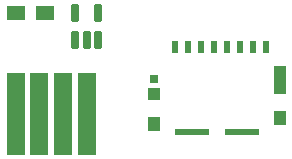
<source format=gts>
G04 #@! TF.GenerationSoftware,KiCad,Pcbnew,8.0.2*
G04 #@! TF.CreationDate,2024-05-30T00:05:45-04:00*
G04 #@! TF.ProjectId,gc_sp2,67635f73-7032-42e6-9b69-6361645f7063,rev?*
G04 #@! TF.SameCoordinates,Original*
G04 #@! TF.FileFunction,Soldermask,Top*
G04 #@! TF.FilePolarity,Negative*
%FSLAX46Y46*%
G04 Gerber Fmt 4.6, Leading zero omitted, Abs format (unit mm)*
G04 Created by KiCad (PCBNEW 8.0.2) date 2024-05-30 00:05:45*
%MOMM*%
%LPD*%
G01*
G04 APERTURE LIST*
G04 Aperture macros list*
%AMRoundRect*
0 Rectangle with rounded corners*
0 $1 Rounding radius*
0 $2 $3 $4 $5 $6 $7 $8 $9 X,Y pos of 4 corners*
0 Add a 4 corners polygon primitive as box body*
4,1,4,$2,$3,$4,$5,$6,$7,$8,$9,$2,$3,0*
0 Add four circle primitives for the rounded corners*
1,1,$1+$1,$2,$3*
1,1,$1+$1,$4,$5*
1,1,$1+$1,$6,$7*
1,1,$1+$1,$8,$9*
0 Add four rect primitives between the rounded corners*
20,1,$1+$1,$2,$3,$4,$5,0*
20,1,$1+$1,$4,$5,$6,$7,0*
20,1,$1+$1,$6,$7,$8,$9,0*
20,1,$1+$1,$8,$9,$2,$3,0*%
G04 Aperture macros list end*
%ADD10R,1.500000X7.000000*%
%ADD11R,1.500000X1.250000*%
%ADD12R,2.921000X0.558800*%
%ADD13R,1.041400X1.092200*%
%ADD14R,1.041400X1.193800*%
%ADD15R,1.041400X2.387600*%
%ADD16R,0.508000X0.990600*%
%ADD17R,0.711200X0.787400*%
%ADD18RoundRect,0.150000X0.150000X-0.650000X0.150000X0.650000X-0.150000X0.650000X-0.150000X-0.650000X0*%
G04 APERTURE END LIST*
D10*
X75500000Y-115900000D03*
X77500000Y-115900000D03*
X79500000Y-115900000D03*
X81500000Y-115900000D03*
D11*
X78000000Y-107350000D03*
X75500000Y-107350000D03*
D12*
X94645000Y-117467300D03*
X90455000Y-117467300D03*
D13*
X87174999Y-114182300D03*
D14*
X87174999Y-116792300D03*
X97824965Y-116222299D03*
D15*
X97825001Y-113037299D03*
D16*
X88949999Y-110232301D03*
X90050000Y-110232301D03*
X91150000Y-110232301D03*
X92250000Y-110232301D03*
X93350001Y-110232301D03*
X94450001Y-110232301D03*
X95550002Y-110232301D03*
X96649999Y-110232301D03*
D17*
X87190000Y-112912300D03*
D18*
X80550000Y-109650000D03*
X81500000Y-109650000D03*
X82450000Y-109650000D03*
X82450000Y-107350000D03*
X80550000Y-107350000D03*
M02*

</source>
